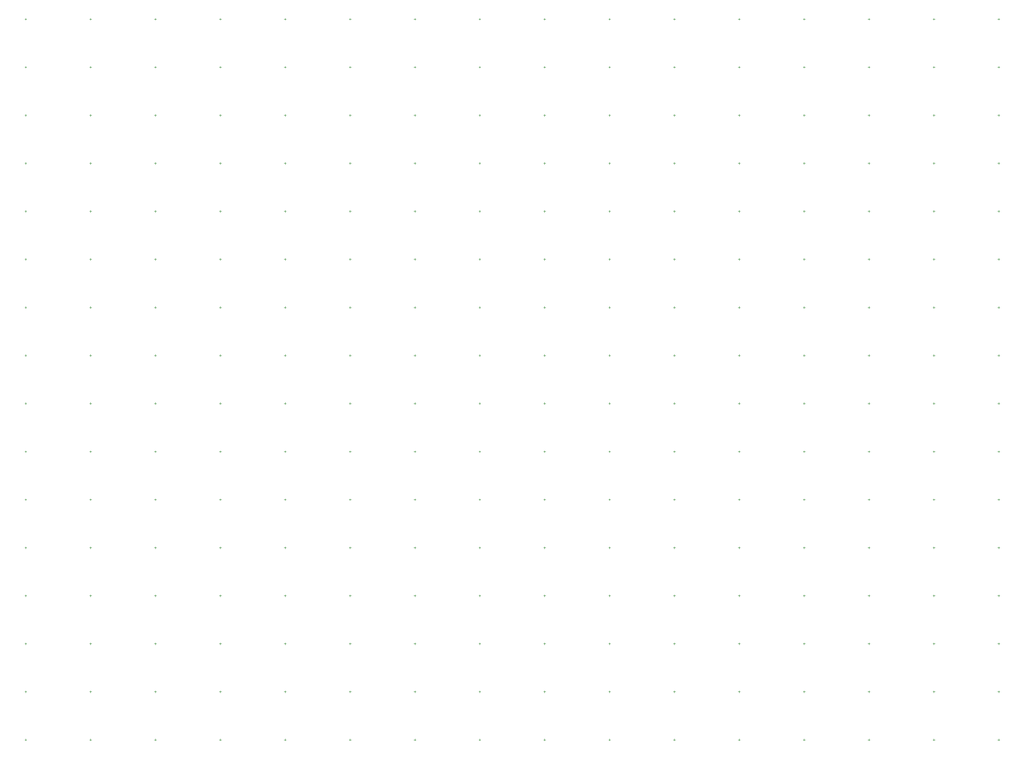
<source format=gbr>
G04 Layer_Color=16711935*
%FSLAX45Y45*%
%MOMM*%
%TF.FileFunction,Other,Mechanical_1*%
%TF.Part,Single*%
G01*
G75*
%TA.AperFunction,NonConductor*%
%ADD22C,0.10000*%
D22*
X14292001Y12605400D02*
Y12645400D01*
X14272002Y12625400D02*
X14312001D01*
X27791998Y11605402D02*
Y11645402D01*
X27772000Y11625402D02*
X27812000D01*
X29141998Y11605397D02*
Y11645397D01*
X29122000Y11625397D02*
X29162000D01*
X19692000Y11605402D02*
Y11645402D01*
X19672000Y11625402D02*
X19712000D01*
X29141998Y26605399D02*
Y26645398D01*
X29122000Y26625397D02*
X29162000D01*
X27791995Y26605399D02*
Y26645398D01*
X27771994Y26625397D02*
X27811993D01*
X26441998Y26605399D02*
Y26645398D01*
X26422000Y26625397D02*
X26462000D01*
X25092000Y26605399D02*
Y26645398D01*
X25072000Y26625397D02*
X25112000D01*
X23742000Y26605399D02*
Y26645398D01*
X23722000Y26625397D02*
X23762000D01*
X22391995Y26605399D02*
Y26645398D01*
X22371996Y26625397D02*
X22411995D01*
X21042000Y26605399D02*
Y26645398D01*
X21022000Y26625397D02*
X21062000D01*
X19692000Y26605399D02*
Y26645398D01*
X19672000Y26625397D02*
X19712000D01*
X18342000Y26605399D02*
Y26645398D01*
X18322000Y26625397D02*
X18362000D01*
X16992001Y26605399D02*
Y26645398D01*
X16972002Y26625397D02*
X17012001D01*
X15642001Y26605399D02*
Y26645398D01*
X15622002Y26625397D02*
X15662001D01*
X14292001Y26605399D02*
Y26645398D01*
X14272002Y26625397D02*
X14312001D01*
X12942001Y26605399D02*
Y26645398D01*
X12922002Y26625397D02*
X12962001D01*
X11592001Y26605399D02*
Y26645398D01*
X11572001Y26625397D02*
X11612001D01*
X10242001Y26605399D02*
Y26645398D01*
X10222001Y26625397D02*
X10262001D01*
X8891996Y26605399D02*
Y26645398D01*
X8871996Y26625397D02*
X8911996D01*
X29141998Y25605396D02*
Y25645395D01*
X29122000Y25625394D02*
X29162000D01*
X27791995Y25605396D02*
Y25645395D01*
X27771994Y25625394D02*
X27811993D01*
X26441995Y25605396D02*
Y25645395D01*
X26421994Y25625394D02*
X26461993D01*
X25091995Y25605396D02*
Y25645395D01*
X25071996Y25625394D02*
X25111993D01*
X23742000Y25605396D02*
Y25645395D01*
X23722000Y25625394D02*
X23762000D01*
X22391995Y25605396D02*
Y25645395D01*
X22371996Y25625394D02*
X22411995D01*
X21042000Y25605396D02*
Y25645395D01*
X21022000Y25625394D02*
X21062000D01*
X19692000Y25605396D02*
Y25645395D01*
X19672000Y25625394D02*
X19712000D01*
X18342000Y25605396D02*
Y25645395D01*
X18322000Y25625394D02*
X18362000D01*
X16991995Y25605396D02*
Y25645395D01*
X16971996Y25625394D02*
X17011995D01*
X15641995Y25605396D02*
Y25645395D01*
X15621996Y25625394D02*
X15661996D01*
X14292001Y25605396D02*
Y25645395D01*
X14272002Y25625394D02*
X14312001D01*
X12942001Y25605396D02*
Y25645395D01*
X12922002Y25625394D02*
X12962001D01*
X11592001Y25605396D02*
Y25645395D01*
X11572001Y25625394D02*
X11612001D01*
X10242001Y25605396D02*
Y25645395D01*
X10222001Y25625394D02*
X10262001D01*
X8892002Y25605396D02*
Y25645395D01*
X8872002Y25625394D02*
X8912001D01*
X29141998Y24605397D02*
Y24645396D01*
X29122000Y24625397D02*
X29162000D01*
X27791995Y24605397D02*
Y24645396D01*
X27771994Y24625397D02*
X27811993D01*
X26441995Y24605397D02*
Y24645396D01*
X26421994Y24625397D02*
X26461993D01*
X25091995Y24605397D02*
Y24645396D01*
X25071996Y24625397D02*
X25111993D01*
X23741995Y24605397D02*
Y24645396D01*
X23721996Y24625397D02*
X23761995D01*
X22392000Y24605397D02*
Y24645396D01*
X22372000Y24625397D02*
X22412000D01*
X21041995Y24605397D02*
Y24645396D01*
X21021996Y24625397D02*
X21061995D01*
X19692000Y24605397D02*
Y24645396D01*
X19672000Y24625397D02*
X19712000D01*
X18341995Y24605397D02*
Y24645396D01*
X18321996Y24625397D02*
X18361995D01*
X16991995Y24605397D02*
Y24645396D01*
X16971996Y24625397D02*
X17011995D01*
X15641995Y24605397D02*
Y24645396D01*
X15621996Y24625397D02*
X15661996D01*
X14292001Y24605397D02*
Y24645396D01*
X14272002Y24625397D02*
X14312001D01*
X12942001Y24605397D02*
Y24645396D01*
X12922002Y24625397D02*
X12962001D01*
X11592001Y24605397D02*
Y24645396D01*
X11572001Y24625397D02*
X11612001D01*
X10242001Y24605397D02*
Y24645396D01*
X10222001Y24625397D02*
X10262001D01*
X8891996Y24605397D02*
Y24645396D01*
X8871996Y24625397D02*
X8911996D01*
X29141998Y23605399D02*
Y23645398D01*
X29122000Y23625398D02*
X29162000D01*
X27791998Y23605392D02*
Y23645393D01*
X27772000Y23625394D02*
X27812000D01*
X26441998Y23605392D02*
Y23645393D01*
X26422000Y23625394D02*
X26462000D01*
X25092000Y23605392D02*
Y23645393D01*
X25072000Y23625394D02*
X25112000D01*
X23742000Y23605392D02*
Y23645393D01*
X23722000Y23625394D02*
X23762000D01*
X22391995Y23605392D02*
Y23645393D01*
X22371996Y23625394D02*
X22411995D01*
X21041995Y23605392D02*
Y23645393D01*
X21021996Y23625394D02*
X21061995D01*
X19691995Y23605392D02*
Y23645393D01*
X19671996Y23625394D02*
X19711995D01*
X18342000Y23605392D02*
Y23645393D01*
X18322000Y23625394D02*
X18362000D01*
X16991995Y23605392D02*
Y23645393D01*
X16971996Y23625394D02*
X17011995D01*
X15641995Y23605392D02*
Y23645393D01*
X15621996Y23625394D02*
X15661996D01*
X14291995Y23605392D02*
Y23645393D01*
X14271996Y23625394D02*
X14311996D01*
X12942001Y23605392D02*
Y23645393D01*
X12922002Y23625394D02*
X12962001D01*
X11591996Y23605392D02*
Y23645393D01*
X11571996Y23625394D02*
X11611996D01*
X10242001Y23605392D02*
Y23645393D01*
X10222001Y23625394D02*
X10262001D01*
X8892002Y23605392D02*
Y23645393D01*
X8872002Y23625394D02*
X8912001D01*
X29141998Y22605396D02*
Y22645395D01*
X29122000Y22625395D02*
X29162000D01*
X27791998Y22605396D02*
Y22645395D01*
X27772000Y22625395D02*
X27812000D01*
X26441998Y22605396D02*
Y22645395D01*
X26422000Y22625395D02*
X26462000D01*
X25092000Y22605396D02*
Y22645395D01*
X25072000Y22625395D02*
X25112000D01*
X23742000Y22605396D02*
Y22645395D01*
X23722000Y22625395D02*
X23762000D01*
X22391995Y22605396D02*
Y22645395D01*
X22371996Y22625395D02*
X22411995D01*
X21041995Y22605396D02*
Y22645395D01*
X21021996Y22625395D02*
X21061995D01*
X19692000Y22605396D02*
Y22645395D01*
X19672000Y22625395D02*
X19712000D01*
X18341995Y22605396D02*
Y22645395D01*
X18321996Y22625395D02*
X18361995D01*
X16992001Y22605396D02*
Y22645395D01*
X16972002Y22625395D02*
X17012001D01*
X15642001Y22605396D02*
Y22645395D01*
X15622002Y22625395D02*
X15662001D01*
X14292001Y22605396D02*
Y22645395D01*
X14272002Y22625395D02*
X14312001D01*
X12942001Y22605396D02*
Y22645395D01*
X12922002Y22625395D02*
X12962001D01*
X11592001Y22605396D02*
Y22645395D01*
X11572001Y22625395D02*
X11612001D01*
X10242001Y22605396D02*
Y22645395D01*
X10222001Y22625395D02*
X10262001D01*
X8892002Y22605396D02*
Y22645395D01*
X8872002Y22625395D02*
X8912001D01*
X29141998Y21605397D02*
Y21645396D01*
X29122000Y21625397D02*
X29162000D01*
X27791995Y21605397D02*
Y21645396D01*
X27771994Y21625397D02*
X27811993D01*
X26441995Y21605397D02*
Y21645396D01*
X26421994Y21625397D02*
X26461993D01*
X25091995Y21605397D02*
Y21645396D01*
X25071996Y21625397D02*
X25111993D01*
X23741995Y21605397D02*
Y21645396D01*
X23721996Y21625397D02*
X23761995D01*
X22391995Y21605397D02*
Y21645396D01*
X22371996Y21625397D02*
X22411995D01*
X21042000Y21605397D02*
Y21645396D01*
X21022000Y21625397D02*
X21062000D01*
X19691995Y21605397D02*
Y21645396D01*
X19671996Y21625397D02*
X19711995D01*
X18341995Y21605397D02*
Y21645396D01*
X18321996Y21625397D02*
X18361995D01*
X16991995Y21605397D02*
Y21645396D01*
X16971996Y21625397D02*
X17011995D01*
X15641995Y21605397D02*
Y21645396D01*
X15621996Y21625397D02*
X15661996D01*
X14292001Y21605397D02*
Y21645396D01*
X14272002Y21625397D02*
X14312001D01*
X12942001Y21605397D02*
Y21645396D01*
X12922002Y21625397D02*
X12962001D01*
X11591996Y21605397D02*
Y21645396D01*
X11571996Y21625397D02*
X11611996D01*
X10242001Y21605397D02*
Y21645396D01*
X10222001Y21625397D02*
X10262001D01*
X8892002Y21605397D02*
Y21645396D01*
X8872002Y21625397D02*
X8912001D01*
X29141998Y20605399D02*
Y20645399D01*
X29122000Y20625398D02*
X29162000D01*
X27791995Y20605394D02*
Y20645393D01*
X27771994Y20625394D02*
X27811993D01*
X26441995Y20605394D02*
Y20645393D01*
X26421994Y20625394D02*
X26461993D01*
X25091995Y20605394D02*
Y20645393D01*
X25071996Y20625394D02*
X25111993D01*
X23741995Y20605394D02*
Y20645393D01*
X23721996Y20625394D02*
X23761995D01*
X22391995Y20605394D02*
Y20645393D01*
X22371996Y20625394D02*
X22411995D01*
X21041995Y20605394D02*
Y20645393D01*
X21021996Y20625394D02*
X21061995D01*
X19691995Y20605394D02*
Y20645393D01*
X19671996Y20625394D02*
X19711995D01*
X18341995Y20605394D02*
Y20645393D01*
X18321996Y20625394D02*
X18361995D01*
X16991995Y20605394D02*
Y20645393D01*
X16971996Y20625394D02*
X17011995D01*
X15641995Y20605394D02*
Y20645393D01*
X15621996Y20625394D02*
X15661996D01*
X14292001Y20605394D02*
Y20645393D01*
X14272002Y20625394D02*
X14312001D01*
X12941995Y20605394D02*
Y20645393D01*
X12921996Y20625394D02*
X12961996D01*
X11591996Y20605394D02*
Y20645393D01*
X11571996Y20625394D02*
X11611996D01*
X10241996Y20605394D02*
Y20645393D01*
X10221996Y20625394D02*
X10261996D01*
X8891996Y20605394D02*
Y20645393D01*
X8871996Y20625394D02*
X8911996D01*
X29141998Y19605396D02*
Y19645396D01*
X29122000Y19625397D02*
X29162000D01*
X27791995Y19605396D02*
Y19645396D01*
X27771994Y19625397D02*
X27811993D01*
X26441995Y19605396D02*
Y19645396D01*
X26421994Y19625397D02*
X26461993D01*
X25091995Y19605396D02*
Y19645396D01*
X25071996Y19625397D02*
X25111993D01*
X23741995Y19605396D02*
Y19645396D01*
X23721996Y19625397D02*
X23761995D01*
X22392000Y19605396D02*
Y19645396D01*
X22372000Y19625397D02*
X22412000D01*
X21042000Y19605396D02*
Y19645396D01*
X21022000Y19625397D02*
X21062000D01*
X19692000Y19605396D02*
Y19645396D01*
X19672000Y19625397D02*
X19712000D01*
X18341995Y19605396D02*
Y19645396D01*
X18321996Y19625397D02*
X18361995D01*
X16991995Y19605396D02*
Y19645396D01*
X16971996Y19625397D02*
X17011995D01*
X15641995Y19605396D02*
Y19645396D01*
X15621996Y19625397D02*
X15661996D01*
X14291995Y19605396D02*
Y19645396D01*
X14271996Y19625397D02*
X14311996D01*
X12942001Y19605396D02*
Y19645396D01*
X12922002Y19625397D02*
X12962001D01*
X11591996Y19605396D02*
Y19645396D01*
X11571996Y19625397D02*
X11611996D01*
X10241996Y19605396D02*
Y19645396D01*
X10221996Y19625397D02*
X10261996D01*
X8891996Y19605396D02*
Y19645396D01*
X8871996Y19625397D02*
X8911996D01*
X29141998Y18605399D02*
Y18645398D01*
X29122000Y18625398D02*
X29162000D01*
X27791995Y18605399D02*
Y18645398D01*
X27771994Y18625398D02*
X27811993D01*
X26441995Y18605399D02*
Y18645398D01*
X26421994Y18625398D02*
X26461993D01*
X25091995Y18605399D02*
Y18645398D01*
X25071996Y18625398D02*
X25111993D01*
X23741995Y18605399D02*
Y18645398D01*
X23721996Y18625398D02*
X23761995D01*
X22391995Y18605399D02*
Y18645398D01*
X22371996Y18625398D02*
X22411995D01*
X21041995Y18605399D02*
Y18645398D01*
X21021996Y18625398D02*
X21061995D01*
X19691995Y18605399D02*
Y18645398D01*
X19671996Y18625398D02*
X19711995D01*
X18341995Y18605399D02*
Y18645398D01*
X18321996Y18625398D02*
X18361995D01*
X16992001Y18605399D02*
Y18645398D01*
X16972002Y18625398D02*
X17012001D01*
X15641995Y18605399D02*
Y18645398D01*
X15621996Y18625398D02*
X15661996D01*
X14291995Y18605399D02*
Y18645398D01*
X14271996Y18625398D02*
X14311996D01*
X12941995Y18605399D02*
Y18645398D01*
X12921996Y18625398D02*
X12961996D01*
X11591996Y18605399D02*
Y18645398D01*
X11571996Y18625398D02*
X11611996D01*
X10241996Y18605399D02*
Y18645398D01*
X10221996Y18625398D02*
X10261996D01*
X8891996Y18605399D02*
Y18645398D01*
X8871996Y18625398D02*
X8911996D01*
X29141998Y17605396D02*
Y17645395D01*
X29122000Y17625395D02*
X29162000D01*
X27791998Y17605396D02*
Y17645395D01*
X27772000Y17625395D02*
X27812000D01*
X26441998Y17605396D02*
Y17645395D01*
X26422000Y17625395D02*
X26462000D01*
X25092000Y17605396D02*
Y17645395D01*
X25072000Y17625395D02*
X25112000D01*
X23742000Y17605396D02*
Y17645395D01*
X23722000Y17625395D02*
X23762000D01*
X22392000Y17605396D02*
Y17645395D01*
X22372000Y17625395D02*
X22412000D01*
X21042000Y17605396D02*
Y17645395D01*
X21022000Y17625395D02*
X21062000D01*
X19692000Y17605396D02*
Y17645395D01*
X19672000Y17625395D02*
X19712000D01*
X18342000Y17605396D02*
Y17645395D01*
X18322000Y17625395D02*
X18362000D01*
X16992001Y17605396D02*
Y17645395D01*
X16972002Y17625395D02*
X17012001D01*
X15642001Y17605396D02*
Y17645395D01*
X15622002Y17625395D02*
X15662001D01*
X14292001Y17605396D02*
Y17645395D01*
X14272002Y17625395D02*
X14312001D01*
X12942001Y17605396D02*
Y17645395D01*
X12922002Y17625395D02*
X12962001D01*
X11592001Y17605396D02*
Y17645395D01*
X11572001Y17625395D02*
X11612001D01*
X10242001Y17605396D02*
Y17645395D01*
X10222001Y17625395D02*
X10262001D01*
X8892002Y17605396D02*
Y17645395D01*
X8872002Y17625395D02*
X8912001D01*
X29141998Y16605397D02*
Y16645396D01*
X29122000Y16625397D02*
X29162000D01*
X27791998Y16605397D02*
Y16645396D01*
X27772000Y16625397D02*
X27812000D01*
X26441998Y16605397D02*
Y16645396D01*
X26422000Y16625397D02*
X26462000D01*
X25092000Y16605397D02*
Y16645396D01*
X25072000Y16625397D02*
X25112000D01*
X23742000Y16605397D02*
Y16645396D01*
X23722000Y16625397D02*
X23762000D01*
X22392000Y16605397D02*
Y16645396D01*
X22372000Y16625397D02*
X22412000D01*
X21041995Y16605397D02*
Y16645396D01*
X21021996Y16625397D02*
X21061995D01*
X19692000Y16605397D02*
Y16645396D01*
X19672000Y16625397D02*
X19712000D01*
X18342000Y16605397D02*
Y16645396D01*
X18322000Y16625397D02*
X18362000D01*
X16991995Y16605397D02*
Y16645396D01*
X16971996Y16625397D02*
X17011995D01*
X15641995Y16605397D02*
Y16645396D01*
X15621996Y16625397D02*
X15661996D01*
X14291995Y16605397D02*
Y16645396D01*
X14271996Y16625397D02*
X14311996D01*
X12941995Y16605397D02*
Y16645396D01*
X12921996Y16625397D02*
X12961996D01*
X11591996Y16605397D02*
Y16645396D01*
X11571996Y16625397D02*
X11611996D01*
X10241996Y16605397D02*
Y16645396D01*
X10221996Y16625397D02*
X10261996D01*
X8891996Y16605397D02*
Y16645396D01*
X8871996Y16625397D02*
X8911996D01*
X29141998Y15605399D02*
Y15645399D01*
X29122000Y15625398D02*
X29162000D01*
X27791998Y15605399D02*
Y15645399D01*
X27772000Y15625398D02*
X27812000D01*
X26441998Y15605399D02*
Y15645399D01*
X26422000Y15625398D02*
X26462000D01*
X25092000Y15605399D02*
Y15645399D01*
X25072000Y15625398D02*
X25112000D01*
X23741995Y15605399D02*
Y15645399D01*
X23721996Y15625398D02*
X23761995D01*
X22391995Y15605399D02*
Y15645399D01*
X22371996Y15625398D02*
X22411995D01*
X21042000Y15605399D02*
Y15645399D01*
X21022000Y15625398D02*
X21062000D01*
X19692000Y15605399D02*
Y15645399D01*
X19672000Y15625398D02*
X19712000D01*
X18341995Y15605399D02*
Y15645399D01*
X18321996Y15625398D02*
X18361995D01*
X16991995Y15605399D02*
Y15645399D01*
X16971996Y15625398D02*
X17011995D01*
X15641995Y15605399D02*
Y15645399D01*
X15621996Y15625398D02*
X15661996D01*
X14291995Y15605399D02*
Y15645399D01*
X14271996Y15625398D02*
X14311996D01*
X12942001Y15605399D02*
Y15645399D01*
X12922002Y15625398D02*
X12962001D01*
X11592001Y15605399D02*
Y15645399D01*
X11572001Y15625398D02*
X11612001D01*
X10242001Y15605399D02*
Y15645399D01*
X10222001Y15625398D02*
X10262001D01*
X8892002Y15605399D02*
Y15645399D01*
X8872002Y15625398D02*
X8912001D01*
X29141998Y14605396D02*
Y14645396D01*
X29122000Y14625397D02*
X29162000D01*
X27791998Y14605402D02*
Y14645401D01*
X27772000Y14625401D02*
X27812000D01*
X26441995Y14605402D02*
Y14645401D01*
X26421994Y14625401D02*
X26461993D01*
X25091995Y14605402D02*
Y14645401D01*
X25071996Y14625401D02*
X25111993D01*
X23741995Y14605402D02*
Y14645401D01*
X23721996Y14625401D02*
X23761995D01*
X22391995Y14605402D02*
Y14645401D01*
X22371996Y14625401D02*
X22411995D01*
X21041995Y14605402D02*
Y14645401D01*
X21021996Y14625401D02*
X21061995D01*
X19691995Y14605402D02*
Y14645401D01*
X19671996Y14625401D02*
X19711995D01*
X18341995Y14605402D02*
Y14645401D01*
X18321996Y14625401D02*
X18361995D01*
X16991995Y14605402D02*
Y14645401D01*
X16971996Y14625401D02*
X17011995D01*
X15641995Y14605402D02*
Y14645401D01*
X15621996Y14625401D02*
X15661996D01*
X14292001Y14605402D02*
Y14645401D01*
X14272002Y14625401D02*
X14312001D01*
X12942001Y14605402D02*
Y14645401D01*
X12922002Y14625401D02*
X12962001D01*
X11592001Y14605402D02*
Y14645401D01*
X11572001Y14625401D02*
X11612001D01*
X10242001Y14605402D02*
Y14645401D01*
X10222001Y14625401D02*
X10262001D01*
X8892002Y14605402D02*
Y14645401D01*
X8872002Y14625401D02*
X8912001D01*
X29141998Y13605399D02*
Y13645398D01*
X29122000Y13625398D02*
X29162000D01*
X27791998Y13605399D02*
Y13645398D01*
X27772000Y13625398D02*
X27812000D01*
X26441998Y13605399D02*
Y13645398D01*
X26422000Y13625398D02*
X26462000D01*
X25092000Y13605399D02*
Y13645398D01*
X25072000Y13625398D02*
X25112000D01*
X23742000Y13605399D02*
Y13645398D01*
X23722000Y13625398D02*
X23762000D01*
X22392000Y13605399D02*
Y13645398D01*
X22372000Y13625398D02*
X22412000D01*
X21042000Y13605399D02*
Y13645398D01*
X21022000Y13625398D02*
X21062000D01*
X19692000Y13605399D02*
Y13645398D01*
X19672000Y13625398D02*
X19712000D01*
X18341995Y13605399D02*
Y13645398D01*
X18321996Y13625398D02*
X18361995D01*
X16992001Y13605399D02*
Y13645398D01*
X16972002Y13625398D02*
X17012001D01*
X15642001Y13605399D02*
Y13645398D01*
X15622002Y13625398D02*
X15662001D01*
X14291995Y13605399D02*
Y13645398D01*
X14271996Y13625398D02*
X14311996D01*
X12941995Y13605399D02*
Y13645398D01*
X12921996Y13625398D02*
X12961996D01*
X11592001Y13605399D02*
Y13645398D01*
X11572001Y13625398D02*
X11612001D01*
X10241996Y13605399D02*
Y13645398D01*
X10221996Y13625398D02*
X10261996D01*
X8891996Y13605399D02*
Y13645398D01*
X8871996Y13625398D02*
X8911996D01*
X29141998Y12605400D02*
Y12645400D01*
X29122000Y12625400D02*
X29162000D01*
X27791995Y12605400D02*
Y12645400D01*
X27771994Y12625400D02*
X27811993D01*
X26441995Y12605400D02*
Y12645400D01*
X26421994Y12625400D02*
X26461993D01*
X25092000Y12605400D02*
Y12645400D01*
X25072000Y12625400D02*
X25112000D01*
X23741995Y12605400D02*
Y12645400D01*
X23721996Y12625400D02*
X23761995D01*
X22392000Y12605400D02*
Y12645400D01*
X22372000Y12625400D02*
X22412000D01*
X21042000Y12605400D02*
Y12645400D01*
X21022000Y12625400D02*
X21062000D01*
X19692000Y12605400D02*
Y12645400D01*
X19672000Y12625400D02*
X19712000D01*
X18341995Y12605400D02*
Y12645400D01*
X18321996Y12625400D02*
X18361995D01*
X16991995Y12605400D02*
Y12645400D01*
X16971996Y12625400D02*
X17011995D01*
X15641995Y12605400D02*
Y12645400D01*
X15621996Y12625400D02*
X15661996D01*
X12942001Y12605400D02*
Y12645400D01*
X12922002Y12625400D02*
X12962001D01*
X11592001Y12605400D02*
Y12645400D01*
X11572001Y12625400D02*
X11612001D01*
X10242001Y12605400D02*
Y12645400D01*
X10222001Y12625400D02*
X10262001D01*
X8892002Y12605400D02*
Y12645400D01*
X8872002Y12625400D02*
X8912001D01*
X26441995Y11605402D02*
Y11645402D01*
X26421994Y11625402D02*
X26461993D01*
X25092000Y11605402D02*
Y11645402D01*
X25072000Y11625402D02*
X25112000D01*
X23742000Y11605402D02*
Y11645402D01*
X23722000Y11625402D02*
X23762000D01*
X22391995Y11605402D02*
Y11645402D01*
X22371996Y11625402D02*
X22411995D01*
X21042000Y11605402D02*
Y11645402D01*
X21022000Y11625402D02*
X21062000D01*
X18341995Y11605402D02*
Y11645402D01*
X18321996Y11625402D02*
X18361995D01*
X16992001Y11605402D02*
Y11645402D01*
X16972002Y11625402D02*
X17012001D01*
X15642001Y11605402D02*
Y11645402D01*
X15622002Y11625402D02*
X15662001D01*
X14291995Y11605402D02*
Y11645402D01*
X14271996Y11625402D02*
X14311996D01*
X12942001Y11605402D02*
Y11645402D01*
X12922002Y11625402D02*
X12962001D01*
X11591996Y11605402D02*
Y11645402D01*
X11571996Y11625402D02*
X11611996D01*
X10241996Y11605402D02*
Y11645402D01*
X10221996Y11625402D02*
X10261996D01*
X8892002Y11605402D02*
Y11645402D01*
X8872002Y11625402D02*
X8912001D01*
%TF.MD5,31144e3afbbe37c46fc816ecd9f5b6d5*%
M02*

</source>
